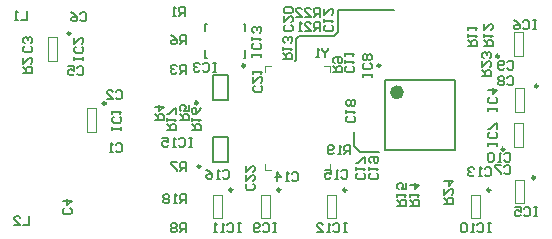
<source format=gbo>
%FSLAX44Y44*%
%MOMM*%
G71*
G01*
G75*
G04 Layer_Color=32896*
%ADD10R,0.7620X0.7620*%
%ADD11R,0.5000X0.2000*%
%ADD12R,0.7620X0.7620*%
%ADD13R,0.3000X0.3000*%
%ADD14R,1.3000X0.4500*%
%ADD15R,2.7940X0.7366*%
%ADD16R,0.6200X0.5700*%
%ADD17C,0.1500*%
%ADD18C,0.2540*%
%ADD19C,0.1524*%
%ADD20C,0.2000*%
%ADD21O,2.0000X1.4500*%
%ADD22O,1.8000X1.1500*%
%ADD23C,0.8000*%
%ADD24C,1.8000*%
%ADD25R,1.8000X1.8000*%
%ADD26C,1.8000*%
%ADD27R,1.8000X1.8000*%
%ADD28C,0.6100*%
%ADD29C,0.6000*%
%ADD30C,3.3000*%
%ADD31R,0.6000X0.5500*%
%ADD32R,0.9500X0.9500*%
%ADD33R,0.5500X0.6000*%
%ADD34R,0.9500X0.9500*%
%ADD35R,0.8500X0.3500*%
%ADD36R,1.5000X1.0000*%
%ADD37O,0.8000X0.3000*%
%ADD38O,0.3000X0.8000*%
%ADD39R,1.2500X0.3000*%
%ADD40O,0.3500X1.7500*%
%ADD41O,1.7500X0.3500*%
%ADD42R,0.9700X0.9600*%
%ADD43R,0.5700X0.6200*%
%ADD44R,1.4000X2.2000*%
%ADD45C,0.2032*%
%ADD46C,0.4000*%
%ADD47C,0.2286*%
%ADD48C,0.1778*%
%ADD49R,0.9652X0.9652*%
%ADD50R,0.7032X0.4032*%
%ADD51R,0.9652X0.9652*%
%ADD52R,0.5032X0.5032*%
%ADD53R,1.5032X0.6532*%
%ADD54R,2.8956X0.8382*%
%ADD55R,0.8232X0.7732*%
%ADD56C,0.2032*%
%ADD57O,2.2032X1.6532*%
%ADD58O,2.0032X1.3532*%
%ADD59C,1.0032*%
%ADD60C,2.0032*%
%ADD61R,2.0032X2.0032*%
%ADD62C,2.0032*%
%ADD63R,2.0032X2.0032*%
%ADD64C,0.0100*%
%ADD65R,0.8032X0.7532*%
%ADD66R,1.1532X1.1532*%
%ADD67R,0.7532X0.8032*%
%ADD68R,1.1532X1.1532*%
%ADD69R,1.0532X0.5532*%
%ADD70R,1.7032X1.2032*%
%ADD71O,1.0032X0.5032*%
%ADD72O,0.5032X1.0032*%
%ADD73R,1.4532X0.5032*%
%ADD74O,0.5532X1.9532*%
%ADD75O,1.9532X0.5532*%
%ADD76R,1.1732X1.1632*%
%ADD77R,0.7732X0.8232*%
%ADD78R,1.6032X2.4032*%
%ADD79C,3.5032*%
%ADD80C,0.2500*%
%ADD81C,0.6000*%
%ADD82C,0.1000*%
D20*
X1468000Y1238000D02*
Y1244500D01*
Y1238000D02*
X1469500D01*
X1468000Y1260500D02*
Y1267000D01*
X1469500D01*
X1500500D02*
X1502000D01*
Y1260500D02*
Y1267000D01*
Y1238000D02*
Y1244500D01*
X1500500Y1238000D02*
X1502000D01*
X1474650Y1149750D02*
Y1170750D01*
X1487350Y1149750D02*
Y1170750D01*
X1474650Y1149750D02*
X1487350D01*
X1474650Y1170750D02*
X1487350D01*
X1474650Y1202250D02*
Y1223250D01*
X1487350Y1202250D02*
Y1223250D01*
X1474650Y1202250D02*
X1487350D01*
X1474650Y1223250D02*
X1487350D01*
X1620250Y1219000D02*
X1679250D01*
X1620250Y1160000D02*
X1679250D01*
X1620250D02*
Y1219000D01*
X1679250Y1160000D02*
Y1219000D01*
D48*
X1593750Y1163500D02*
Y1175250D01*
Y1163500D02*
X1599178Y1158072D01*
X1614896D01*
X1543645Y1235222D02*
X1545125Y1236701D01*
Y1254125D01*
X1620000Y1278750D02*
X1628000D01*
X1580250D02*
X1620000D01*
X1545125Y1254125D02*
X1547500Y1256500D01*
X1547750D01*
Y1256500D02*
Y1256500D01*
X1577000D01*
X1580250Y1259750D01*
Y1278750D01*
X1575348Y1265578D02*
X1576617Y1264309D01*
Y1261770D01*
X1575348Y1260500D01*
X1570270D01*
X1569000Y1261770D01*
Y1264309D01*
X1570270Y1265578D01*
X1569000Y1268118D02*
Y1270657D01*
Y1269387D01*
X1576617D01*
X1575348Y1268118D01*
X1569000Y1279544D02*
Y1274465D01*
X1574078Y1279544D01*
X1575348D01*
X1576617Y1278274D01*
Y1275735D01*
X1575348Y1274465D01*
X1565000Y1273000D02*
Y1280618D01*
X1561191D01*
X1559922Y1279348D01*
Y1276809D01*
X1561191Y1275539D01*
X1565000D01*
X1562461D02*
X1559922Y1273000D01*
X1552304D02*
X1557383D01*
X1552304Y1278078D01*
Y1279348D01*
X1553574Y1280618D01*
X1556113D01*
X1557383Y1279348D01*
X1544687Y1273000D02*
X1549765D01*
X1544687Y1278078D01*
Y1279348D01*
X1545956Y1280618D01*
X1548495D01*
X1549765Y1279348D01*
X1565000Y1260500D02*
Y1268118D01*
X1561191D01*
X1559922Y1266848D01*
Y1264309D01*
X1561191Y1263039D01*
X1565000D01*
X1562461D02*
X1559922Y1260500D01*
X1552304D02*
X1557383D01*
X1552304Y1265578D01*
Y1266848D01*
X1553574Y1268118D01*
X1556113D01*
X1557383Y1266848D01*
X1549765Y1260500D02*
X1547226D01*
X1548495D01*
Y1268118D01*
X1549765Y1266848D01*
X1583172Y1142098D02*
X1584441Y1143367D01*
X1586980D01*
X1588250Y1142098D01*
Y1137020D01*
X1586980Y1135750D01*
X1584441D01*
X1583172Y1137020D01*
X1580632Y1135750D02*
X1578093D01*
X1579363D01*
Y1143367D01*
X1580632Y1142098D01*
X1569206Y1143367D02*
X1574285D01*
Y1139559D01*
X1571745Y1140828D01*
X1570476D01*
X1569206Y1139559D01*
Y1137020D01*
X1570476Y1135750D01*
X1573015D01*
X1574285Y1137020D01*
X1704672Y1144348D02*
X1705941Y1145618D01*
X1708480D01*
X1709750Y1144348D01*
Y1139270D01*
X1708480Y1138000D01*
X1705941D01*
X1704672Y1139270D01*
X1702133Y1138000D02*
X1699593D01*
X1700863D01*
Y1145618D01*
X1702133Y1144348D01*
X1695784D02*
X1694515Y1145618D01*
X1691976D01*
X1690706Y1144348D01*
Y1143078D01*
X1691976Y1141809D01*
X1693245D01*
X1691976D01*
X1690706Y1140539D01*
Y1139270D01*
X1691976Y1138000D01*
X1694515D01*
X1695784Y1139270D01*
X1721172Y1156598D02*
X1722442Y1157868D01*
X1724981D01*
X1726250Y1156598D01*
Y1151520D01*
X1724981Y1150250D01*
X1722442D01*
X1721172Y1151520D01*
X1718633Y1150250D02*
X1716093D01*
X1717363D01*
Y1157868D01*
X1718633Y1156598D01*
X1712285D02*
X1711015Y1157868D01*
X1708476D01*
X1707206Y1156598D01*
Y1151520D01*
X1708476Y1150250D01*
X1711015D01*
X1712285Y1151520D01*
Y1156598D01*
X1723922Y1234348D02*
X1725191Y1235618D01*
X1727730D01*
X1729000Y1234348D01*
Y1229270D01*
X1727730Y1228000D01*
X1725191D01*
X1723922Y1229270D01*
X1721382D02*
X1720113Y1228000D01*
X1717574D01*
X1716304Y1229270D01*
Y1234348D01*
X1717574Y1235618D01*
X1720113D01*
X1721382Y1234348D01*
Y1233078D01*
X1720113Y1231809D01*
X1716304D01*
X1723922Y1221348D02*
X1725191Y1222617D01*
X1727730D01*
X1729000Y1221348D01*
Y1216270D01*
X1727730Y1215000D01*
X1725191D01*
X1723922Y1216270D01*
X1721382Y1221348D02*
X1720113Y1222617D01*
X1717574D01*
X1716304Y1221348D01*
Y1220078D01*
X1717574Y1218809D01*
X1716304Y1217539D01*
Y1216270D01*
X1717574Y1215000D01*
X1720113D01*
X1721382Y1216270D01*
Y1217539D01*
X1720113Y1218809D01*
X1721382Y1220078D01*
Y1221348D01*
X1720113Y1218809D02*
X1717574D01*
X1482922Y1142348D02*
X1484191Y1143617D01*
X1486730D01*
X1488000Y1142348D01*
Y1137270D01*
X1486730Y1136000D01*
X1484191D01*
X1482922Y1137270D01*
X1480383Y1136000D02*
X1477843D01*
X1479113D01*
Y1143617D01*
X1480383Y1142348D01*
X1468956Y1143617D02*
X1471495Y1142348D01*
X1474034Y1139809D01*
Y1137270D01*
X1472765Y1136000D01*
X1470226D01*
X1468956Y1137270D01*
Y1138539D01*
X1470226Y1139809D01*
X1474034D01*
X1541172Y1140098D02*
X1542441Y1141367D01*
X1544980D01*
X1546250Y1140098D01*
Y1135020D01*
X1544980Y1133750D01*
X1542441D01*
X1541172Y1135020D01*
X1538633Y1133750D02*
X1536093D01*
X1537363D01*
Y1141367D01*
X1538633Y1140098D01*
X1528476Y1133750D02*
Y1141367D01*
X1532285Y1137559D01*
X1527206D01*
X1515618Y1239000D02*
Y1241539D01*
Y1240270D01*
X1508000D01*
Y1239000D01*
Y1241539D01*
X1514348Y1250426D02*
X1515618Y1249157D01*
Y1246618D01*
X1514348Y1245348D01*
X1509270D01*
X1508000Y1246618D01*
Y1249157D01*
X1509270Y1250426D01*
X1508000Y1252965D02*
Y1255505D01*
Y1254235D01*
X1515618D01*
X1514348Y1252965D01*
Y1259313D02*
X1515618Y1260583D01*
Y1263122D01*
X1514348Y1264392D01*
X1513078D01*
X1511809Y1263122D01*
Y1261853D01*
Y1263122D01*
X1510539Y1264392D01*
X1509270D01*
X1508000Y1263122D01*
Y1260583D01*
X1509270Y1259313D01*
X1451500Y1115250D02*
Y1122868D01*
X1447691D01*
X1446422Y1121598D01*
Y1119059D01*
X1447691Y1117789D01*
X1451500D01*
X1448961D02*
X1446422Y1115250D01*
X1443882D02*
X1441343D01*
X1442613D01*
Y1122868D01*
X1443882Y1121598D01*
X1437534D02*
X1436265Y1122868D01*
X1433726D01*
X1432456Y1121598D01*
Y1120328D01*
X1433726Y1119059D01*
X1432456Y1117789D01*
Y1116520D01*
X1433726Y1115250D01*
X1436265D01*
X1437534Y1116520D01*
Y1117789D01*
X1436265Y1119059D01*
X1437534Y1120328D01*
Y1121598D01*
X1436265Y1119059D02*
X1433726D01*
X1436000Y1177000D02*
X1443618D01*
Y1180809D01*
X1442348Y1182078D01*
X1439809D01*
X1438539Y1180809D01*
Y1177000D01*
Y1179539D02*
X1436000Y1182078D01*
Y1184617D02*
Y1187157D01*
Y1185887D01*
X1443618D01*
X1442348Y1184617D01*
X1443618Y1190965D02*
Y1196044D01*
X1442348D01*
X1437270Y1190965D01*
X1436000D01*
X1456500Y1177000D02*
X1464117D01*
Y1180809D01*
X1462848Y1182078D01*
X1460309D01*
X1459039Y1180809D01*
Y1177000D01*
Y1179539D02*
X1456500Y1182078D01*
Y1184617D02*
Y1187157D01*
Y1185887D01*
X1464117D01*
X1462848Y1184617D01*
X1464117Y1196044D02*
X1462848Y1193505D01*
X1460309Y1190965D01*
X1457770D01*
X1456500Y1192235D01*
Y1194774D01*
X1457770Y1196044D01*
X1459039D01*
X1460309Y1194774D01*
Y1190965D01*
X1451500Y1090500D02*
Y1098118D01*
X1447691D01*
X1446422Y1096848D01*
Y1094309D01*
X1447691Y1093039D01*
X1451500D01*
X1448961D02*
X1446422Y1090500D01*
X1443882Y1096848D02*
X1442613Y1098118D01*
X1440074D01*
X1438804Y1096848D01*
Y1095578D01*
X1440074Y1094309D01*
X1438804Y1093039D01*
Y1091770D01*
X1440074Y1090500D01*
X1442613D01*
X1443882Y1091770D01*
Y1093039D01*
X1442613Y1094309D01*
X1443882Y1095578D01*
Y1096848D01*
X1442613Y1094309D02*
X1440074D01*
X1451500Y1142250D02*
Y1149867D01*
X1447691D01*
X1446422Y1148598D01*
Y1146059D01*
X1447691Y1144789D01*
X1451500D01*
X1448961D02*
X1446422Y1142250D01*
X1443882Y1149867D02*
X1438804D01*
Y1148598D01*
X1443882Y1143520D01*
Y1142250D01*
X1451500Y1249500D02*
Y1257117D01*
X1447691D01*
X1446422Y1255848D01*
Y1253309D01*
X1447691Y1252039D01*
X1451500D01*
X1448961D02*
X1446422Y1249500D01*
X1438804Y1257117D02*
X1441343Y1255848D01*
X1443882Y1253309D01*
Y1250770D01*
X1442613Y1249500D01*
X1440074D01*
X1438804Y1250770D01*
Y1252039D01*
X1440074Y1253309D01*
X1443882D01*
X1446250Y1185250D02*
X1453867D01*
Y1189059D01*
X1452598Y1190328D01*
X1450059D01*
X1448789Y1189059D01*
Y1185250D01*
Y1187789D02*
X1446250Y1190328D01*
X1453867Y1197946D02*
Y1192868D01*
X1450059D01*
X1451328Y1195407D01*
Y1196676D01*
X1450059Y1197946D01*
X1447520D01*
X1446250Y1196676D01*
Y1194137D01*
X1447520Y1192868D01*
X1425500Y1185250D02*
X1433118D01*
Y1189059D01*
X1431848Y1190328D01*
X1429309D01*
X1428039Y1189059D01*
Y1185250D01*
Y1187789D02*
X1425500Y1190328D01*
Y1196676D02*
X1433118D01*
X1429309Y1192868D01*
Y1197946D01*
X1451500Y1224500D02*
Y1232117D01*
X1447691D01*
X1446422Y1230848D01*
Y1228309D01*
X1447691Y1227039D01*
X1451500D01*
X1448961D02*
X1446422Y1224500D01*
X1443882Y1230848D02*
X1442613Y1232117D01*
X1440074D01*
X1438804Y1230848D01*
Y1229578D01*
X1440074Y1228309D01*
X1441343D01*
X1440074D01*
X1438804Y1227039D01*
Y1225770D01*
X1440074Y1224500D01*
X1442613D01*
X1443882Y1225770D01*
X1450500Y1274000D02*
Y1281617D01*
X1446691D01*
X1445422Y1280348D01*
Y1277809D01*
X1446691Y1276539D01*
X1450500D01*
X1447961D02*
X1445422Y1274000D01*
X1442883D02*
X1440343D01*
X1441613D01*
Y1281617D01*
X1442883Y1280348D01*
X1457000Y1170618D02*
X1454461D01*
X1455730D01*
Y1163000D01*
X1457000D01*
X1454461D01*
X1445574Y1169348D02*
X1446843Y1170618D01*
X1449382D01*
X1450652Y1169348D01*
Y1164270D01*
X1449382Y1163000D01*
X1446843D01*
X1445574Y1164270D01*
X1443035Y1163000D02*
X1440495D01*
X1441765D01*
Y1170618D01*
X1443035Y1169348D01*
X1431608Y1170618D02*
X1436687D01*
Y1166809D01*
X1434147Y1168078D01*
X1432878D01*
X1431608Y1166809D01*
Y1164270D01*
X1432878Y1163000D01*
X1435417D01*
X1436687Y1164270D01*
X1392172Y1164598D02*
X1393441Y1165867D01*
X1395980D01*
X1397250Y1164598D01*
Y1159520D01*
X1395980Y1158250D01*
X1393441D01*
X1392172Y1159520D01*
X1389633Y1158250D02*
X1387093D01*
X1388363D01*
Y1165867D01*
X1389633Y1164598D01*
X1392172Y1209348D02*
X1393441Y1210618D01*
X1395980D01*
X1397250Y1209348D01*
Y1204270D01*
X1395980Y1203000D01*
X1393441D01*
X1392172Y1204270D01*
X1384554Y1203000D02*
X1389633D01*
X1384554Y1208078D01*
Y1209348D01*
X1385824Y1210618D01*
X1388363D01*
X1389633Y1209348D01*
X1320098Y1248078D02*
X1321367Y1246809D01*
Y1244270D01*
X1320098Y1243000D01*
X1315020D01*
X1313750Y1244270D01*
Y1246809D01*
X1315020Y1248078D01*
X1320098Y1250618D02*
X1321367Y1251887D01*
Y1254426D01*
X1320098Y1255696D01*
X1318828D01*
X1317559Y1254426D01*
Y1253157D01*
Y1254426D01*
X1316289Y1255696D01*
X1315020D01*
X1313750Y1254426D01*
Y1251887D01*
X1315020Y1250618D01*
X1353598Y1110828D02*
X1354868Y1109559D01*
Y1107020D01*
X1353598Y1105750D01*
X1348520D01*
X1347250Y1107020D01*
Y1109559D01*
X1348520Y1110828D01*
X1347250Y1117176D02*
X1354868D01*
X1351059Y1113367D01*
Y1118446D01*
X1359672Y1229598D02*
X1360941Y1230867D01*
X1363480D01*
X1364750Y1229598D01*
Y1224520D01*
X1363480Y1223250D01*
X1360941D01*
X1359672Y1224520D01*
X1352054Y1230867D02*
X1357133D01*
Y1227059D01*
X1354593Y1228328D01*
X1353324D01*
X1352054Y1227059D01*
Y1224520D01*
X1353324Y1223250D01*
X1355863D01*
X1357133Y1224520D01*
X1593098Y1231078D02*
X1594368Y1229809D01*
Y1227270D01*
X1593098Y1226000D01*
X1588020D01*
X1586750Y1227270D01*
Y1229809D01*
X1588020Y1231078D01*
X1586750Y1233617D02*
Y1236157D01*
Y1234887D01*
X1594368D01*
X1593098Y1233617D01*
X1586750Y1239966D02*
Y1242505D01*
Y1241235D01*
X1594368D01*
X1593098Y1239966D01*
X1397117Y1177000D02*
Y1179539D01*
Y1178270D01*
X1389500D01*
Y1177000D01*
Y1179539D01*
X1395848Y1188426D02*
X1397117Y1187157D01*
Y1184617D01*
X1395848Y1183348D01*
X1390770D01*
X1389500Y1184617D01*
Y1187157D01*
X1390770Y1188426D01*
X1389500Y1190965D02*
Y1193505D01*
Y1192235D01*
X1397117D01*
X1395848Y1190965D01*
X1364617Y1236250D02*
Y1238789D01*
Y1237520D01*
X1357000D01*
Y1236250D01*
Y1238789D01*
X1363348Y1247676D02*
X1364617Y1246407D01*
Y1243867D01*
X1363348Y1242598D01*
X1358270D01*
X1357000Y1243867D01*
Y1246407D01*
X1358270Y1247676D01*
X1357000Y1255294D02*
Y1250216D01*
X1362078Y1255294D01*
X1363348D01*
X1364617Y1254024D01*
Y1251485D01*
X1363348Y1250216D01*
X1477500Y1234118D02*
X1474961D01*
X1476230D01*
Y1226500D01*
X1477500D01*
X1474961D01*
X1466074Y1232848D02*
X1467343Y1234118D01*
X1469883D01*
X1471152Y1232848D01*
Y1227770D01*
X1469883Y1226500D01*
X1467343D01*
X1466074Y1227770D01*
X1463535Y1232848D02*
X1462265Y1234118D01*
X1459726D01*
X1458456Y1232848D01*
Y1231578D01*
X1459726Y1230309D01*
X1460995D01*
X1459726D01*
X1458456Y1229039D01*
Y1227770D01*
X1459726Y1226500D01*
X1462265D01*
X1463535Y1227770D01*
X1749000Y1111868D02*
X1746461D01*
X1747730D01*
Y1104250D01*
X1749000D01*
X1746461D01*
X1737574Y1110598D02*
X1738843Y1111868D01*
X1741382D01*
X1742652Y1110598D01*
Y1105520D01*
X1741382Y1104250D01*
X1738843D01*
X1737574Y1105520D01*
X1729956Y1111868D02*
X1735034D01*
Y1108059D01*
X1732495Y1109328D01*
X1731226D01*
X1729956Y1108059D01*
Y1105520D01*
X1731226Y1104250D01*
X1733765D01*
X1735034Y1105520D01*
X1748250Y1270117D02*
X1745711D01*
X1746980D01*
Y1262500D01*
X1748250D01*
X1745711D01*
X1736824Y1268848D02*
X1738093Y1270117D01*
X1740632D01*
X1741902Y1268848D01*
Y1263770D01*
X1740632Y1262500D01*
X1738093D01*
X1736824Y1263770D01*
X1729206Y1270117D02*
X1731745Y1268848D01*
X1734285Y1266309D01*
Y1263770D01*
X1733015Y1262500D01*
X1730476D01*
X1729206Y1263770D01*
Y1265039D01*
X1730476Y1266309D01*
X1734285D01*
X1715117Y1163750D02*
Y1166289D01*
Y1165020D01*
X1707500D01*
Y1163750D01*
Y1166289D01*
X1713848Y1175176D02*
X1715117Y1173907D01*
Y1171367D01*
X1713848Y1170098D01*
X1708770D01*
X1707500Y1171367D01*
Y1173907D01*
X1708770Y1175176D01*
X1715117Y1177716D02*
Y1182794D01*
X1713848D01*
X1708770Y1177716D01*
X1707500D01*
X1608867Y1222250D02*
Y1224789D01*
Y1223520D01*
X1601250D01*
Y1222250D01*
Y1224789D01*
X1607598Y1233676D02*
X1608867Y1232407D01*
Y1229867D01*
X1607598Y1228598D01*
X1602520D01*
X1601250Y1229867D01*
Y1232407D01*
X1602520Y1233676D01*
X1607598Y1236216D02*
X1608867Y1237485D01*
Y1240024D01*
X1607598Y1241294D01*
X1606328D01*
X1605059Y1240024D01*
X1603789Y1241294D01*
X1602520D01*
X1601250Y1240024D01*
Y1237485D01*
X1602520Y1236216D01*
X1603789D01*
X1605059Y1237485D01*
X1606328Y1236216D01*
X1607598D01*
X1605059Y1237485D02*
Y1240024D01*
X1528250Y1098118D02*
X1525711D01*
X1526980D01*
Y1090500D01*
X1528250D01*
X1525711D01*
X1516824Y1096848D02*
X1518093Y1098118D01*
X1520632D01*
X1521902Y1096848D01*
Y1091770D01*
X1520632Y1090500D01*
X1518093D01*
X1516824Y1091770D01*
X1514285D02*
X1513015Y1090500D01*
X1510476D01*
X1509206Y1091770D01*
Y1096848D01*
X1510476Y1098118D01*
X1513015D01*
X1514285Y1096848D01*
Y1095578D01*
X1513015Y1094309D01*
X1509206D01*
X1709750Y1098118D02*
X1707211D01*
X1708480D01*
Y1090500D01*
X1709750D01*
X1707211D01*
X1698324Y1096848D02*
X1699593Y1098118D01*
X1702133D01*
X1703402Y1096848D01*
Y1091770D01*
X1702133Y1090500D01*
X1699593D01*
X1698324Y1091770D01*
X1695784Y1090500D02*
X1693245D01*
X1694515D01*
Y1098118D01*
X1695784Y1096848D01*
X1689437D02*
X1688167Y1098118D01*
X1685628D01*
X1684358Y1096848D01*
Y1091770D01*
X1685628Y1090500D01*
X1688167D01*
X1689437Y1091770D01*
Y1096848D01*
X1498000Y1098118D02*
X1495461D01*
X1496730D01*
Y1090500D01*
X1498000D01*
X1495461D01*
X1486574Y1096848D02*
X1487843Y1098118D01*
X1490383D01*
X1491652Y1096848D01*
Y1091770D01*
X1490383Y1090500D01*
X1487843D01*
X1486574Y1091770D01*
X1484034Y1090500D02*
X1481495D01*
X1482765D01*
Y1098118D01*
X1484034Y1096848D01*
X1477687Y1090500D02*
X1475147D01*
X1476417D01*
Y1098118D01*
X1477687Y1096848D01*
X1587750Y1098118D02*
X1585211D01*
X1586480D01*
Y1090500D01*
X1587750D01*
X1585211D01*
X1576324Y1096848D02*
X1577593Y1098118D01*
X1580132D01*
X1581402Y1096848D01*
Y1091770D01*
X1580132Y1090500D01*
X1577593D01*
X1576324Y1091770D01*
X1573784Y1090500D02*
X1571245D01*
X1572515D01*
Y1098118D01*
X1573784Y1096848D01*
X1562358Y1090500D02*
X1567437D01*
X1562358Y1095578D01*
Y1096848D01*
X1563628Y1098118D01*
X1566167D01*
X1567437Y1096848D01*
X1316750Y1278118D02*
Y1270500D01*
X1311672D01*
X1309133D02*
X1306593D01*
X1307863D01*
Y1278118D01*
X1309133Y1276848D01*
X1319000Y1103867D02*
Y1096250D01*
X1313922D01*
X1306304D02*
X1311382D01*
X1306304Y1101328D01*
Y1102598D01*
X1307574Y1103867D01*
X1310113D01*
X1311382Y1102598D01*
X1313750Y1225500D02*
X1321367D01*
Y1229309D01*
X1320098Y1230578D01*
X1317559D01*
X1316289Y1229309D01*
Y1225500D01*
Y1228039D02*
X1313750Y1230578D01*
Y1238196D02*
Y1233118D01*
X1318828Y1238196D01*
X1320098D01*
X1321367Y1236926D01*
Y1234387D01*
X1320098Y1233118D01*
X1576500Y1226000D02*
X1584117D01*
Y1229809D01*
X1582848Y1231078D01*
X1580309D01*
X1579039Y1229809D01*
Y1226000D01*
Y1228539D02*
X1576500Y1231078D01*
X1577770Y1233617D02*
X1576500Y1234887D01*
Y1237426D01*
X1577770Y1238696D01*
X1582848D01*
X1584117Y1237426D01*
Y1234887D01*
X1582848Y1233617D01*
X1581578D01*
X1580309Y1234887D01*
Y1238696D01*
X1690750Y1248000D02*
X1698367D01*
Y1251809D01*
X1697098Y1253078D01*
X1694559D01*
X1693289Y1251809D01*
Y1248000D01*
Y1250539D02*
X1690750Y1253078D01*
Y1255618D02*
Y1258157D01*
Y1256887D01*
X1698367D01*
X1697098Y1255618D01*
X1690750Y1261965D02*
Y1264505D01*
Y1263235D01*
X1698367D01*
X1697098Y1261965D01*
X1704000Y1248000D02*
X1711617D01*
Y1251809D01*
X1710348Y1253078D01*
X1707809D01*
X1706539Y1251809D01*
Y1248000D01*
Y1250539D02*
X1704000Y1253078D01*
Y1255618D02*
Y1258157D01*
Y1256887D01*
X1711617D01*
X1710348Y1255618D01*
X1704000Y1267044D02*
Y1261965D01*
X1709078Y1267044D01*
X1710348D01*
X1711617Y1265774D01*
Y1263235D01*
X1710348Y1261965D01*
X1534250Y1237000D02*
X1541868D01*
Y1240809D01*
X1540598Y1242078D01*
X1538059D01*
X1536789Y1240809D01*
Y1237000D01*
Y1239539D02*
X1534250Y1242078D01*
Y1244617D02*
Y1247157D01*
Y1245887D01*
X1541868D01*
X1540598Y1244617D01*
Y1250965D02*
X1541868Y1252235D01*
Y1254774D01*
X1540598Y1256044D01*
X1539328D01*
X1538059Y1254774D01*
Y1253505D01*
Y1254774D01*
X1536789Y1256044D01*
X1535520D01*
X1534250Y1254774D01*
Y1252235D01*
X1535520Y1250965D01*
X1641500Y1112750D02*
X1649117D01*
Y1116559D01*
X1647848Y1117828D01*
X1645309D01*
X1644039Y1116559D01*
Y1112750D01*
Y1115289D02*
X1641500Y1117828D01*
Y1120368D02*
Y1122907D01*
Y1121637D01*
X1649117D01*
X1647848Y1120368D01*
X1641500Y1130524D02*
X1649117D01*
X1645309Y1126715D01*
Y1131794D01*
X1630500Y1112750D02*
X1638118D01*
Y1116559D01*
X1636848Y1117828D01*
X1634309D01*
X1633039Y1116559D01*
Y1112750D01*
Y1115289D02*
X1630500Y1117828D01*
Y1120368D02*
Y1122907D01*
Y1121637D01*
X1638118D01*
X1636848Y1120368D01*
X1638118Y1131794D02*
Y1126715D01*
X1634309D01*
X1635578Y1129255D01*
Y1130524D01*
X1634309Y1131794D01*
X1631770D01*
X1630500Y1130524D01*
Y1127985D01*
X1631770Y1126715D01*
X1362422Y1275598D02*
X1363691Y1276868D01*
X1366230D01*
X1367500Y1275598D01*
Y1270520D01*
X1366230Y1269250D01*
X1363691D01*
X1362422Y1270520D01*
X1354804Y1276868D02*
X1357343Y1275598D01*
X1359883Y1273059D01*
Y1270520D01*
X1358613Y1269250D01*
X1356074D01*
X1354804Y1270520D01*
Y1271789D01*
X1356074Y1273059D01*
X1359883D01*
X1721172Y1145848D02*
X1722442Y1147117D01*
X1724981D01*
X1726250Y1145848D01*
Y1140770D01*
X1724981Y1139500D01*
X1722442D01*
X1721172Y1140770D01*
X1718633Y1147117D02*
X1713554D01*
Y1145848D01*
X1718633Y1140770D01*
Y1139500D01*
X1602098Y1140328D02*
X1603367Y1139059D01*
Y1136520D01*
X1602098Y1135250D01*
X1597020D01*
X1595750Y1136520D01*
Y1139059D01*
X1597020Y1140328D01*
X1595750Y1142868D02*
Y1145407D01*
Y1144137D01*
X1603367D01*
X1602098Y1142868D01*
X1603367Y1149215D02*
Y1154294D01*
X1602098D01*
X1597020Y1149215D01*
X1595750D01*
X1593598Y1188578D02*
X1594868Y1187309D01*
Y1184770D01*
X1593598Y1183500D01*
X1588520D01*
X1587250Y1184770D01*
Y1187309D01*
X1588520Y1188578D01*
X1587250Y1191117D02*
Y1193657D01*
Y1192387D01*
X1594868D01*
X1593598Y1191117D01*
Y1197466D02*
X1594868Y1198735D01*
Y1201274D01*
X1593598Y1202544D01*
X1592328D01*
X1591059Y1201274D01*
X1589789Y1202544D01*
X1588520D01*
X1587250Y1201274D01*
Y1198735D01*
X1588520Y1197466D01*
X1589789D01*
X1591059Y1198735D01*
X1592328Y1197466D01*
X1593598D01*
X1591059Y1198735D02*
Y1201274D01*
X1613098Y1140328D02*
X1614368Y1139059D01*
Y1136520D01*
X1613098Y1135250D01*
X1608020D01*
X1606750Y1136520D01*
Y1139059D01*
X1608020Y1140328D01*
X1606750Y1142868D02*
Y1145407D01*
Y1144137D01*
X1614368D01*
X1613098Y1142868D01*
X1608020Y1149215D02*
X1606750Y1150485D01*
Y1153024D01*
X1608020Y1154294D01*
X1613098D01*
X1614368Y1153024D01*
Y1150485D01*
X1613098Y1149215D01*
X1611828D01*
X1610559Y1150485D01*
Y1154294D01*
X1540848Y1265578D02*
X1542117Y1264309D01*
Y1261770D01*
X1540848Y1260500D01*
X1535770D01*
X1534500Y1261770D01*
Y1264309D01*
X1535770Y1265578D01*
X1534500Y1273196D02*
Y1268118D01*
X1539578Y1273196D01*
X1540848D01*
X1542117Y1271926D01*
Y1269387D01*
X1540848Y1268118D01*
Y1275735D02*
X1542117Y1277005D01*
Y1279544D01*
X1540848Y1280813D01*
X1535770D01*
X1534500Y1279544D01*
Y1277005D01*
X1535770Y1275735D01*
X1540848D01*
X1715117Y1193250D02*
Y1195789D01*
Y1194520D01*
X1707500D01*
Y1193250D01*
Y1195789D01*
X1713848Y1204676D02*
X1715117Y1203407D01*
Y1200867D01*
X1713848Y1199598D01*
X1708770D01*
X1707500Y1200867D01*
Y1203407D01*
X1708770Y1204676D01*
X1707500Y1211024D02*
X1715117D01*
X1711309Y1207215D01*
Y1212294D01*
X1514848Y1214578D02*
X1516118Y1213309D01*
Y1210770D01*
X1514848Y1209500D01*
X1509770D01*
X1508500Y1210770D01*
Y1213309D01*
X1509770Y1214578D01*
X1508500Y1222196D02*
Y1217117D01*
X1513578Y1222196D01*
X1514848D01*
X1516118Y1220926D01*
Y1218387D01*
X1514848Y1217117D01*
X1508500Y1224735D02*
Y1227274D01*
Y1226005D01*
X1516118D01*
X1514848Y1224735D01*
X1508848Y1131578D02*
X1510117Y1130309D01*
Y1127770D01*
X1508848Y1126500D01*
X1503770D01*
X1502500Y1127770D01*
Y1130309D01*
X1503770Y1131578D01*
X1502500Y1139196D02*
Y1134118D01*
X1507578Y1139196D01*
X1508848D01*
X1510117Y1137926D01*
Y1135387D01*
X1508848Y1134118D01*
X1502500Y1146813D02*
Y1141735D01*
X1507578Y1146813D01*
X1508848D01*
X1510117Y1145544D01*
Y1143005D01*
X1508848Y1141735D01*
X1590750Y1156500D02*
Y1164118D01*
X1586941D01*
X1585672Y1162848D01*
Y1160309D01*
X1586941Y1159039D01*
X1590750D01*
X1588211D02*
X1585672Y1156500D01*
X1583132D02*
X1580593D01*
X1581863D01*
Y1164118D01*
X1583132Y1162848D01*
X1576785Y1157770D02*
X1575515Y1156500D01*
X1572976D01*
X1571706Y1157770D01*
Y1162848D01*
X1572976Y1164118D01*
X1575515D01*
X1576785Y1162848D01*
Y1161578D01*
X1575515Y1160309D01*
X1571706D01*
X1702500Y1222750D02*
X1710117D01*
Y1226559D01*
X1708848Y1227828D01*
X1706309D01*
X1705039Y1226559D01*
Y1222750D01*
Y1225289D02*
X1702500Y1227828D01*
Y1235446D02*
Y1230368D01*
X1707578Y1235446D01*
X1708848D01*
X1710117Y1234176D01*
Y1231637D01*
X1708848Y1230368D01*
Y1237985D02*
X1710117Y1239255D01*
Y1241794D01*
X1708848Y1243063D01*
X1707578D01*
X1706309Y1241794D01*
Y1240524D01*
Y1241794D01*
X1705039Y1243063D01*
X1703770D01*
X1702500Y1241794D01*
Y1239255D01*
X1703770Y1237985D01*
X1670500Y1114750D02*
X1678118D01*
Y1118559D01*
X1676848Y1119828D01*
X1674309D01*
X1673039Y1118559D01*
Y1114750D01*
Y1117289D02*
X1670500Y1119828D01*
Y1127446D02*
Y1122367D01*
X1675578Y1127446D01*
X1676848D01*
X1678118Y1126176D01*
Y1123637D01*
X1676848Y1122367D01*
X1670500Y1133794D02*
X1678118D01*
X1674309Y1129985D01*
Y1135063D01*
X1572260Y1246122D02*
Y1244852D01*
X1569721Y1242313D01*
X1567182Y1244852D01*
Y1246122D01*
X1569721Y1242313D02*
Y1238504D01*
X1564642D02*
X1562103D01*
X1563373D01*
Y1246122D01*
X1564642Y1244852D01*
D80*
X1383750Y1199500D02*
G03*
X1383750Y1199500I-1250J0D01*
G01*
X1709400Y1126230D02*
G03*
X1709400Y1126230I-1250J0D01*
G01*
X1490960Y1126370D02*
G03*
X1490960Y1126370I-1250J0D01*
G01*
X1587480Y1126230D02*
G03*
X1587480Y1126230I-1250J0D01*
G01*
X1501750Y1231500D02*
G03*
X1501750Y1231500I-1250J0D01*
G01*
X1464000Y1146250D02*
G03*
X1464000Y1146250I-1250J0D01*
G01*
X1354000Y1258750D02*
G03*
X1354000Y1258750I-1250J0D01*
G01*
X1461750Y1200000D02*
G03*
X1461750Y1200000I-1250J0D01*
G01*
X1749750Y1214250D02*
G03*
X1749750Y1214250I-1250J0D01*
G01*
X1747250Y1136750D02*
G03*
X1747250Y1136750I-1250J0D01*
G01*
X1716750Y1239500D02*
G03*
X1716750Y1239500I-1250J0D01*
G01*
X1721250Y1160750D02*
G03*
X1721250Y1160750I-1250J0D01*
G01*
X1616250Y1231750D02*
G03*
X1616250Y1231750I-1250J0D01*
G01*
X1531600Y1126370D02*
G03*
X1531600Y1126370I-1250J0D01*
G01*
D81*
X1633250Y1209000D02*
G03*
X1633250Y1209000I-3000J0D01*
G01*
D82*
X1571250Y1140250D02*
G03*
X1571250Y1140250I-750J0D01*
G01*
X1367768Y1175500D02*
Y1195500D01*
X1375388Y1175500D02*
Y1195500D01*
X1367768Y1175500D02*
X1375388D01*
X1367768Y1195500D02*
X1375388D01*
X1693418Y1102230D02*
Y1122230D01*
X1701038Y1102230D02*
Y1122230D01*
X1693418Y1102230D02*
X1701038D01*
X1693418Y1122230D02*
X1701038D01*
X1474978Y1102370D02*
Y1122370D01*
X1482598Y1102370D02*
Y1122370D01*
X1474978Y1102370D02*
X1482598D01*
X1474978Y1122370D02*
X1482598D01*
X1571498Y1102230D02*
Y1122230D01*
X1579118Y1102230D02*
Y1122230D01*
X1571498Y1102230D02*
X1579118D01*
X1571498Y1122230D02*
X1579118D01*
X1334518Y1235500D02*
Y1255500D01*
X1342138Y1235500D02*
Y1255500D01*
X1334518Y1235500D02*
X1342138D01*
X1334518Y1255500D02*
X1342138D01*
X1730348Y1192213D02*
Y1212213D01*
X1737968Y1192213D02*
Y1212213D01*
X1730348Y1192213D02*
X1737968D01*
X1730348Y1212213D02*
X1737968D01*
X1730348Y1114930D02*
Y1134930D01*
X1737968Y1114930D02*
Y1134930D01*
X1730348Y1114930D02*
X1737968D01*
X1730348Y1134930D02*
X1737968D01*
X1737312Y1240030D02*
Y1260030D01*
X1729692Y1240030D02*
Y1260030D01*
X1737312D01*
X1729692Y1240030D02*
X1737312D01*
Y1162747D02*
Y1182747D01*
X1729692Y1162747D02*
Y1182747D01*
X1737312D01*
X1729692Y1162747D02*
X1737312D01*
X1515618Y1102370D02*
Y1122370D01*
X1523238Y1102370D02*
Y1122370D01*
X1515618Y1102370D02*
X1523238D01*
X1515618Y1122370D02*
X1523238D01*
X1518750Y1231250D02*
X1523750D01*
X1518750Y1226250D02*
Y1231250D01*
X1573500Y1226000D02*
Y1231000D01*
X1568500Y1231250D02*
X1573500D01*
X1518750Y1143000D02*
Y1148000D01*
Y1143000D02*
X1523750D01*
X1573500D02*
Y1148000D01*
X1568250Y1143000D02*
X1573250D01*
M02*

</source>
